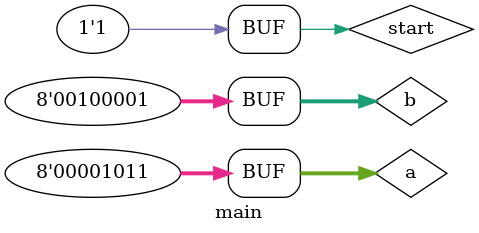
<source format=v>
module clock(c);
output c;
reg c;
initial
    c=0;
always
    #5 c=~c;
endmodule

module euclid(Clk,start,a,b,y,ack);
input Clk,start;
input [7:0]a,b;
output reg ack;

reg [7:0] x;
output reg [7:0]y;
reg [3:0] stare;

initial
    stare<=0;
always @(Clk)
    if(stare==0)
        if(start==0)
            begin
            ack<=0;
            stare<=0;
            end
        else 
            begin
            x<=a;
            y<=b;
            stare<=1;
            end
    else if(stare==1)
        if(x==y)
            stare<=2;
        else if(x>y)
            x<=x-y;
        else
            y<=y-x;
    else if(stare==2)
        begin
        ack<=1;
        if(start==0)
            stare<=0;
        else
            stare<=2;
        end
endmodule

module main();
    reg [0:7] a,b;
    reg start;
    wire clk,ack;
    wire [0:7] r;

    initial
    begin
        $monitor("time:%d\tstart:%d\ta:%d\tb:%d\tr:%d\tack:%d",$time,start,a,b,r,ack);
        start<=0;
        a<=10;
        #2 b<=24;
        #10 start=1;
        #100 start=0;
        a<=11;
        b<=33;
        #10 start=1;

    end
    euclid m(clk,start,a,b,r,ack);
    clock c(clk);
endmodule

</source>
